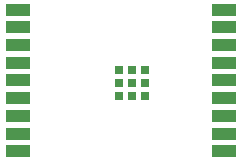
<source format=gtp>
G04 Layer: TopPasteMaskLayer*
G04 EasyEDA v6.5.40, 2024-08-20 21:44:02*
G04 Gerber Generator version 0.2*
G04 Scale: 100 percent, Rotated: No, Reflected: No *
G04 Dimensions in inches *
G04 leading zeros omitted , absolute positions ,3 integer and 6 decimal *
%FSLAX36Y36*%
%MOIN*%

%ADD10R,0.0787X0.0394*%
%ADD11R,0.0276X0.0276*%

%LPD*%
D10*
G01*
X1240510Y-43780D03*
G01*
X1240510Y-102829D03*
G01*
X1240510Y-161889D03*
G01*
X1240510Y-220940D03*
G01*
X1240510Y-280000D03*
G01*
X1240510Y-339050D03*
G01*
X1240510Y-398110D03*
G01*
X1240510Y-457159D03*
G01*
X1240510Y-516219D03*
G01*
X1929489Y-516219D03*
G01*
X1929489Y-457159D03*
G01*
X1929489Y-398110D03*
G01*
X1929489Y-339050D03*
G01*
X1929489Y-280000D03*
G01*
X1929489Y-220940D03*
G01*
X1929489Y-161889D03*
G01*
X1929489Y-102829D03*
G01*
X1929489Y-43780D03*
D11*
G01*
X1579489Y-244560D03*
G01*
X1579489Y-287869D03*
G01*
X1579489Y-331179D03*
G01*
X1622799Y-244560D03*
G01*
X1622799Y-287869D03*
G01*
X1622799Y-331179D03*
G01*
X1666099Y-331179D03*
G01*
X1666099Y-287869D03*
G01*
X1666099Y-244560D03*
M02*

</source>
